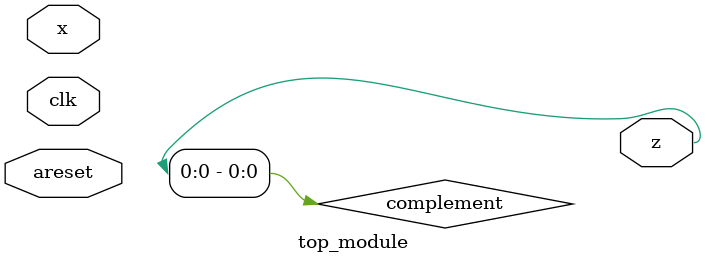
<source format=sv>
module top_module (
	input clk,
	input areset,
	input x,
	output z
);
    reg [2:0] state;
    reg [2:0] next_state;
    reg [3:0] count;
    reg [3:0] next_count;
    reg [3:0] complement;
    reg [3:0] next_complement;
    wire reset_trigger;
    
    assign reset_trigger = ~areset;
    
    always @(posedge clk or posedge reset_trigger) begin
        if(reset_trigger) begin
            state <= 3'b000;
            count <= 4'b0000;
        end
        else begin
            state <= next_state;
            count <= next_count;
        end
    end
    
    always @(state, count, x) begin
        case(state)
            3'b000: begin
                if(count == 4'b0001) next_state = 3'b001;
                else next_state = 3'b000;
                
                if(count == 4'b0001) next_count = 4'b0000;
                else next_count = count + 1;
                
                if(x == 1'b0) next_complement = count + 1;
                else next_complement = complement;
            end
            
            3'b001: begin
                next_state = 3'b010;
                next_count = count + 1;
                next_complement = complement + 1;
            end
            
            3'b010: begin
                if(count == 4'b1111) next_state = 3'b000;
                else next_state = 3'b010;
                
                next_count = count + 1;
                next_complement = complement + 1;
            end
        endcase
    end
    
    assign z = complement;
    
endmodule

</source>
